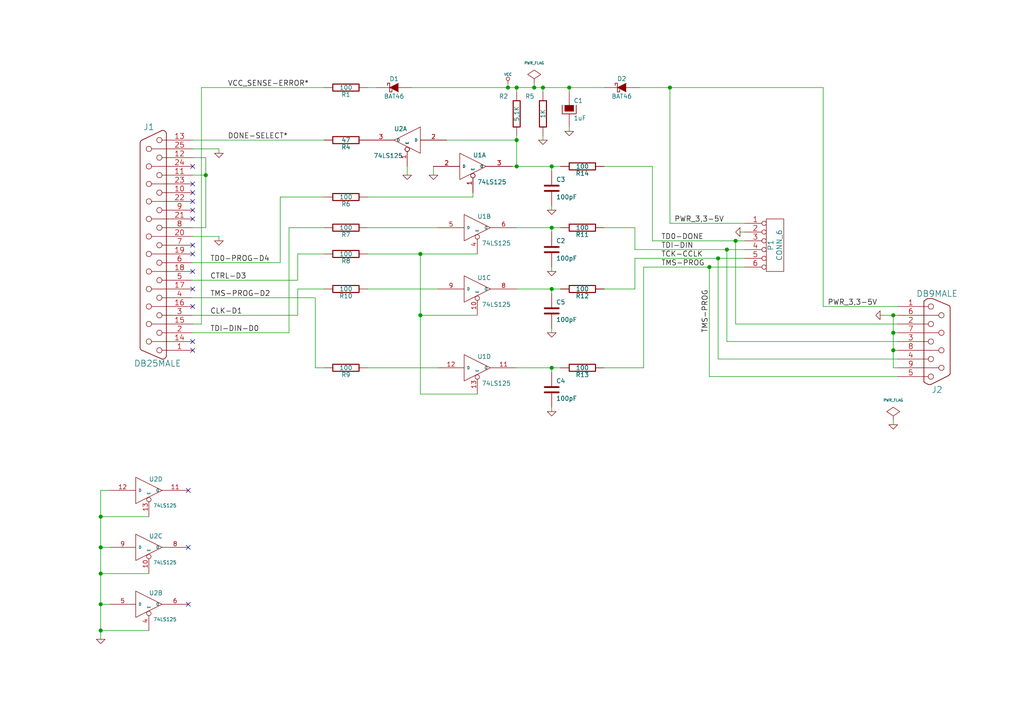
<source format=kicad_sch>
(kicad_sch (version 20210406) (generator eeschema)
  (paper "A4")
  (title_block (title "PARALLEL CABLE III") (date "Sun 22 Mar 2015") (rev "1"))
  (lib_symbols
    (symbol "sonde_xilinx_schlib:74LS125" (pin_names (offset 0.762))
      (property "Reference" "U" (at 0 2.54 0))
      (property "Value" "74LS125" (at 1.27 -3.81 0))
      (symbol "74LS125_0_0"
        (pin power_in line (at -3.81 3.81 270) (length 0) hide (name "VCC") (number "14"))
        (pin power_in line (at -3.81 -3.81 90) (length 0) hide (name "GND") (number "7"))
      )
      (symbol "74LS125_0_1"
        (polyline (pts (xy -3.81 3.81) (xy -3.81 -3.81) (xy 3.81 0) (xy -3.81 3.81)))
      )
      (symbol "74LS125_1_0"
        (pin input inverted (at 0 -7.62 90) (length 5.588) (name "E") (number "1"))
      )
      (symbol "74LS125_1_1"
        (pin input line (at -11.43 0 0) (length 7.62) (name "D") (number "2"))
        (pin tri_state line (at 11.43 0 180) (length 7.62) (name "O") (number "3"))
      )
      (symbol "74LS125_2_0"
        (pin input inverted (at 0 -7.62 90) (length 5.588) (name "E") (number "4"))
      )
      (symbol "74LS125_2_1"
        (pin input line (at -11.43 0 0) (length 7.62) (name "D") (number "5"))
        (pin tri_state line (at 11.43 0 180) (length 7.62) (name "O") (number "6"))
      )
      (symbol "74LS125_3_0"
        (pin input inverted (at 0 -7.62 90) (length 5.588) (name "E") (number "10"))
      )
      (symbol "74LS125_3_1"
        (pin tri_state line (at 11.43 0 180) (length 7.62) (name "O") (number "8"))
        (pin input line (at -11.43 0 0) (length 7.62) (name "D") (number "9"))
      )
      (symbol "74LS125_4_0"
        (pin input inverted (at 0 -7.62 90) (length 5.588) (name "E") (number "13"))
      )
      (symbol "74LS125_4_1"
        (pin tri_state line (at 11.43 0 180) (length 7.62) (name "O") (number "11"))
        (pin input line (at -11.43 0 0) (length 7.62) (name "D") (number "12"))
      )
    )
    (symbol "sonde_xilinx_schlib:C" (pin_numbers hide) (pin_names (offset 0.254))
      (property "Reference" "C" (at 0 2.54 0))
      (property "Value" "C" (at 0.1524 -2.159 0))
      (symbol "C_0_1"
        (polyline (pts (xy -2.032 -0.762) (xy 2.032 -0.762)) (stroke (width 0.508)))
        (polyline (pts (xy -2.032 0.762) (xy 2.032 0.762)) (stroke (width 0.508)))
      )
      (symbol "C_1_1"
        (pin passive line (at 0 5.08 270) (length 4.318) (name "~") (number "1"))
        (pin passive line (at 0 -5.08 90) (length 4.318) (name "~") (number "2"))
      )
    )
    (symbol "sonde_xilinx_schlib:CONN_6" (pin_names (offset 0.762) hide)
      (property "Reference" "P" (at -1.27 0 90))
      (property "Value" "CONN_6" (at 1.27 0 90))
      (symbol "CONN_6_0_1"
        (rectangle (start -2.54 7.62) (end 2.54 -7.62))
      )
      (symbol "CONN_6_1_1"
        (pin passive inverted (at -8.89 6.35 0) (length 6.35) (name "1") (number "1"))
        (pin passive inverted (at -8.89 3.81 0) (length 6.35) (name "2") (number "2"))
        (pin passive inverted (at -8.89 1.27 0) (length 6.35) (name "3") (number "3"))
        (pin passive inverted (at -8.89 -1.27 0) (length 6.35) (name "4") (number "4"))
        (pin passive inverted (at -8.89 -3.81 0) (length 6.35) (name "5") (number "5"))
        (pin passive inverted (at -8.89 -6.35 0) (length 6.35) (name "6") (number "6"))
      )
    )
    (symbol "sonde_xilinx_schlib:CP" (pin_numbers hide) (pin_names (offset 0.254) hide)
      (property "Reference" "C" (at 1.27 2.54 0))
      (property "Value" "CP" (at 1.27 -2.54 0))
      (symbol "CP_0_1"
        (polyline (pts (xy -2.032 1.27) (xy -2.032 -1.27) (xy 2.032 -1.27) (xy 2.032 1.27)) (stroke (width 0.2032)))
        (polyline (pts (xy -1.27 1.27) (xy -1.27 -0.508) (xy 1.27 -0.508) (xy 1.27 1.27)) (fill (type outline)))
      )
      (symbol "CP_1_1"
        (pin passive line (at 0 5.08 270) (length 3.81) (name "~") (number "1"))
        (pin passive line (at 0 -5.08 90) (length 3.81) (name "~") (number "2"))
      )
    )
    (symbol "sonde_xilinx_schlib:DB25" (pin_names (offset 1.016) hide)
      (property "Reference" "J" (at 1.27 34.29 0))
      (property "Value" "DB25" (at -1.27 -34.29 0))
      (symbol "DB25_0_1"
        (arc (start -3.81 32.258) (end -2.54 33.274) (radius (at -2.7686 32.258) (length 1.0414) (angles 179.9 77.4)) (stroke (width 0.2032)))
        (arc (start -3.81 -32.004) (end -2.54 -33.02) (radius (at -2.7432 -31.9786) (length 1.0668) (angles -178.7 -78.8)) (stroke (width 0.2032)))
        (arc (start 3.302 -30.48) (end 3.81 -29.718) (radius (at 2.9464 -29.6926) (length 0.8636) (angles -65.7 -1.5)) (stroke (width 0.2032)))
        (arc (start 3.302 30.4546) (end 3.7846 29.718) (radius (at 2.9718 29.718) (length 0.8128) (angles 66.4 0.1)) (stroke (width 0.2032)))
        (circle (center -1.778 -30.48) (radius 0.762))
        (circle (center -1.778 -25.4) (radius 0.762))
        (circle (center -1.778 -20.32) (radius 0.762))
        (circle (center -1.778 -15.24) (radius 0.762))
        (circle (center -1.778 -10.16) (radius 0.762))
        (circle (center -1.778 -5.08) (radius 0.762))
        (circle (center -1.778 0) (radius 0.762))
        (circle (center -1.778 5.08) (radius 0.762))
        (circle (center -1.778 10.16) (radius 0.762))
        (circle (center -1.778 15.24) (radius 0.762))
        (circle (center -1.778 20.32) (radius 0.762))
        (circle (center -1.778 25.4) (radius 0.762))
        (circle (center -1.778 30.48) (radius 0.762))
        (circle (center 1.27 -27.94) (radius 0.762))
        (circle (center 1.27 -22.86) (radius 0.762))
        (circle (center 1.27 -17.78) (radius 0.762))
        (circle (center 1.27 -12.7) (radius 0.762))
        (circle (center 1.27 -7.62) (radius 0.762))
        (circle (center 1.27 -2.54) (radius 0.762))
        (circle (center 1.27 2.54) (radius 0.762))
        (circle (center 1.27 7.62) (radius 0.762))
        (circle (center 1.27 12.7) (radius 0.762))
        (circle (center 1.27 17.78) (radius 0.762))
        (circle (center 1.27 22.86) (radius 0.762))
        (circle (center 1.27 27.94) (radius 0.762))
        (polyline (pts (xy -3.81 -32.004) (xy -3.81 32.258)) (stroke (width 0.2032)))
        (polyline (pts (xy -3.81 -30.48) (xy -2.54 -30.48)))
        (polyline (pts (xy -3.81 -27.94) (xy 0.508 -27.94)))
        (polyline (pts (xy -3.81 -25.4) (xy -2.54 -25.4)))
        (polyline (pts (xy -3.81 -22.86) (xy 0.508 -22.86)))
        (polyline (pts (xy -3.81 -20.32) (xy -2.54 -20.32)))
        (polyline (pts (xy -3.81 -17.78) (xy 0.508 -17.78)))
        (polyline (pts (xy -3.81 -15.24) (xy -2.54 -15.24)))
        (polyline (pts (xy -3.81 -12.7) (xy 0.508 -12.7)))
        (polyline (pts (xy -3.81 -10.16) (xy -2.54 -10.16)))
        (polyline (pts (xy -3.81 -7.62) (xy 0.508 -7.62)))
        (polyline (pts (xy -3.81 -5.08) (xy -2.54 -5.08)))
        (polyline (pts (xy -3.81 -2.54) (xy 0.508 -2.54)))
        (polyline (pts (xy -3.81 0) (xy -2.54 0)))
        (polyline (pts (xy -3.81 2.54) (xy 0.508 2.54)))
        (polyline (pts (xy -3.81 5.08) (xy -2.54 5.08)))
        (polyline (pts (xy -3.81 7.62) (xy 0.508 7.62)))
        (polyline (pts (xy -3.81 10.16) (xy -2.54 10.16)))
        (polyline (pts (xy -3.81 12.7) (xy 0.508 12.7)))
        (polyline (pts (xy -3.81 15.24) (xy -2.54 15.24)))
        (polyline (pts (xy -3.81 17.78) (xy 0.508 17.78)))
        (polyline (pts (xy -3.81 20.32) (xy -2.54 20.32)))
        (polyline (pts (xy -3.81 22.86) (xy 0.508 22.86)))
        (polyline (pts (xy -3.81 25.4) (xy -2.54 25.4)))
        (polyline (pts (xy -3.81 27.94) (xy 0.508 27.94)))
        (polyline (pts (xy -3.81 30.48) (xy -2.54 30.48)))
        (polyline (pts (xy -2.54 -33.02) (xy 3.302 -30.48)) (stroke (width 0.2032)))
        (polyline (pts (xy 3.302 30.48) (xy -2.54 33.274)) (stroke (width 0.2032)))
        (polyline (pts (xy 3.81 -29.718) (xy 3.81 29.718)) (stroke (width 0.2032)))
      )
      (symbol "DB25_1_1"
        (pin passive line (at -11.43 -30.48 0) (length 7.62) (name "1") (number "1"))
        (pin passive line (at -11.43 15.24 0) (length 7.62) (name "10") (number "10"))
        (pin passive line (at -11.43 20.32 0) (length 7.62) (name "11") (number "11"))
        (pin passive line (at -11.43 25.4 0) (length 7.62) (name "12") (number "12"))
        (pin passive line (at -11.43 30.48 0) (length 7.62) (name "13") (number "13"))
        (pin passive line (at -11.43 -27.94 0) (length 7.62) (name "P14") (number "14"))
        (pin passive line (at -11.43 -22.86 0) (length 7.62) (name "P15") (number "15"))
        (pin passive line (at -11.43 -17.78 0) (length 7.62) (name "P16") (number "16"))
        (pin passive line (at -11.43 -12.7 0) (length 7.62) (name "P17") (number "17"))
        (pin passive line (at -11.43 -7.62 0) (length 7.62) (name "P18") (number "18"))
        (pin passive line (at -11.43 -2.54 0) (length 7.62) (name "P19") (number "19"))
        (pin passive line (at -11.43 -25.4 0) (length 7.62) (name "2") (number "2"))
        (pin passive line (at -11.43 2.54 0) (length 7.62) (name "P20") (number "20"))
        (pin passive line (at -11.43 7.62 0) (length 7.62) (name "P21") (number "21"))
        (pin passive line (at -11.43 12.7 0) (length 7.62) (name "P22") (number "22"))
        (pin passive line (at -11.43 17.78 0) (length 7.62) (name "P23") (number "23"))
        (pin passive line (at -11.43 22.86 0) (length 7.62) (name "P24") (number "24"))
        (pin passive line (at -11.43 27.94 0) (length 7.62) (name "P25") (number "25"))
        (pin passive line (at -11.43 -20.32 0) (length 7.62) (name "3") (number "3"))
        (pin passive line (at -11.43 -15.24 0) (length 7.62) (name "4") (number "4"))
        (pin passive line (at -11.43 -10.16 0) (length 7.62) (name "5") (number "5"))
        (pin passive line (at -11.43 -5.08 0) (length 7.62) (name "6") (number "6"))
        (pin passive line (at -11.43 0 0) (length 7.62) (name "7") (number "7"))
        (pin passive line (at -11.43 5.08 0) (length 7.62) (name "8") (number "8"))
        (pin passive line (at -11.43 10.16 0) (length 7.62) (name "9") (number "9"))
      )
    )
    (symbol "sonde_xilinx_schlib:DB9" (pin_names (offset 1.016) hide)
      (property "Reference" "J" (at 0 13.97 0))
      (property "Value" "DB9" (at 0 -13.97 0))
      (symbol "DB9_0_1"
        (circle (center -1.778 -10.16) (radius 0.762))
        (circle (center -1.778 -5.08) (radius 0.762))
        (circle (center -1.778 0) (radius 0.762))
        (circle (center -1.778 5.08) (radius 0.762))
        (circle (center -1.778 10.16) (radius 0.762))
        (circle (center 1.27 -7.62) (radius 0.762))
        (circle (center 1.27 -2.54) (radius 0.762))
        (circle (center 1.27 2.54) (radius 0.762))
        (circle (center 1.27 7.62) (radius 0.762))
        (polyline (pts (xy -3.81 -11.684) (xy -3.81 11.684)) (stroke (width 0.2032)))
        (polyline (pts (xy -3.81 -11.6586) (xy -3.556 -11.938)) (stroke (width 0.2032)))
        (polyline (pts (xy -3.81 -10.16) (xy -2.54 -10.16)))
        (polyline (pts (xy -3.81 -7.62) (xy 0.508 -7.62)))
        (polyline (pts (xy -3.81 -5.08) (xy -2.54 -5.08)))
        (polyline (pts (xy -3.81 -2.54) (xy 0.508 -2.54)))
        (polyline (pts (xy -3.81 0) (xy -2.54 0)))
        (polyline (pts (xy -3.81 2.54) (xy 0.508 2.54)))
        (polyline (pts (xy -3.81 5.08) (xy -2.54 5.08)))
        (polyline (pts (xy -3.81 7.62) (xy 0.508 7.62)))
        (polyline (pts (xy -3.81 10.16) (xy -2.54 10.16)))
        (polyline (pts (xy -3.556 -11.938) (xy -2.794 -12.446)) (stroke (width 0.2032)))
        (polyline (pts (xy -3.556 11.938) (xy -3.81 11.684)) (stroke (width 0.2032)))
        (polyline (pts (xy -3.556 11.938) (xy -2.54 12.446)) (stroke (width 0.2032)))
        (polyline (pts (xy -2.794 -12.446) (xy -1.27 -12.446)) (stroke (width 0.2032)))
        (polyline (pts (xy -2.54 12.446) (xy -1.778 12.446)) (stroke (width 0.2032)))
        (polyline (pts (xy 3.2766 9.906) (xy -1.778 12.446)) (stroke (width 0.2032)))
        (polyline (pts (xy 3.2766 9.906) (xy 3.81 9.398)) (stroke (width 0.2032)))
        (polyline (pts (xy 3.556 -10.3886) (xy -1.27 -12.446)) (stroke (width 0.2032)))
        (polyline (pts (xy 3.81 -9.906) (xy 3.556 -10.3886)) (stroke (width 0.2032)))
        (polyline (pts (xy 3.81 9.398) (xy 3.81 -9.906)) (stroke (width 0.2032)))
      )
      (symbol "DB9_1_1"
        (pin passive line (at -11.43 -10.16 0) (length 7.62) (name "1") (number "1"))
        (pin passive line (at -11.43 -5.08 0) (length 7.62) (name "2") (number "2"))
        (pin passive line (at -11.43 0 0) (length 7.62) (name "3") (number "3"))
        (pin passive line (at -11.43 5.08 0) (length 7.62) (name "4") (number "4"))
        (pin passive line (at -11.43 10.16 0) (length 7.62) (name "5") (number "5"))
        (pin passive line (at -11.43 -7.62 0) (length 7.62) (name "P6") (number "6"))
        (pin passive line (at -11.43 -2.54 0) (length 7.62) (name "P7") (number "7"))
        (pin passive line (at -11.43 2.54 0) (length 7.62) (name "P8") (number "8"))
        (pin passive line (at -11.43 7.62 0) (length 7.62) (name "P9") (number "9"))
      )
    )
    (symbol "sonde_xilinx_schlib:DIODESCH" (pin_numbers hide) (pin_names (offset 1.016) hide)
      (property "Reference" "D" (at 0 2.54 0))
      (property "Value" "DIODESCH" (at 0 -2.54 0))
      (symbol "DIODESCH_0_1"
        (polyline (pts (xy 1.905 0.635) (xy 1.905 1.27) (xy 1.27 1.27) (xy 1.27 -1.27) (xy 0.635 -1.27) (xy 0.635 -0.635)) (stroke (width 0.2032)))
        (polyline (pts (xy -1.27 1.27) (xy 1.27 0) (xy -1.27 -1.27)) (fill (type outline)))
      )
      (symbol "DIODESCH_1_1"
        (pin passive line (at -5.08 0 0) (length 3.81) (name "A") (number "1"))
        (pin passive line (at 5.08 0 180) (length 3.81) (name "K") (number "2"))
      )
    )
    (symbol "sonde_xilinx_schlib:GND" (power) (pin_names (offset 0))
      (symbol "GND_0_1"
        (polyline (pts (xy -1.27 0) (xy 0 -1.27) (xy 1.27 0) (xy -1.27 0)))
      )
      (symbol "GND_1_1"
        (pin power_in line (at 0 0 90) (length 0) hide (name "GND") (number "1"))
      )
    )
    (symbol "sonde_xilinx_schlib:PWR_FLAG" (power) (pin_numbers hide) (pin_names (offset 0) hide)
      (property "Value" "PWR_FLAG" (at 0 4.572 0))
      (symbol "PWR_FLAG_0_0"
        (pin power_out line (at 0 0 90) (length 0) (name "pwr") (number "1"))
      )
      (symbol "PWR_FLAG_0_1"
        (polyline (pts (xy 0 0) (xy 0 1.27) (xy -1.905 2.54) (xy 0 3.81) (xy 1.905 2.54) (xy 0 1.27)))
      )
    )
    (symbol "sonde_xilinx_schlib:R" (pin_numbers hide) (pin_names (offset 0))
      (property "Reference" "R" (at 2.032 0 90))
      (property "Value" "R" (at 0.1778 0.0254 90))
      (symbol "R_0_1"
        (rectangle (start -1.016 3.81) (end 1.016 -3.81) (stroke (width 0.3048)))
      )
      (symbol "R_1_1"
        (pin passive line (at 0 6.35 270) (length 2.54) (name "~") (number "1"))
        (pin passive line (at 0 -6.35 90) (length 2.54) (name "~") (number "2"))
      )
    )
    (symbol "sonde_xilinx_schlib:VCC" (power) (pin_names (offset 0))
      (property "Value" "VCC" (at 0 2.54 0))
      (symbol "VCC_0_0"
        (pin power_in line (at 0 0 90) (length 0) hide (name "VCC") (number "1"))
      )
      (symbol "VCC_0_1"
        (circle (center 0 1.27) (radius 0.508))
        (polyline (pts (xy 0 0) (xy 0 0.762) (xy 0 0.762)))
      )
    )
  )
  (junction (at 29.21 149.86) (diameter 1.016))
  (junction (at 29.21 158.75) (diameter 1.016))
  (junction (at 29.21 166.37) (diameter 1.016))
  (junction (at 29.21 175.26) (diameter 1.016))
  (junction (at 29.21 182.88) (diameter 1.016))
  (junction (at 59.69 50.8) (diameter 1.016))
  (junction (at 121.92 73.66) (diameter 1.016))
  (junction (at 121.92 91.44) (diameter 1.016))
  (junction (at 147.32 25.4) (diameter 1.016))
  (junction (at 149.86 25.4) (diameter 1.016))
  (junction (at 149.86 40.64) (diameter 1.016))
  (junction (at 149.86 48.26) (diameter 1.016))
  (junction (at 154.94 25.4) (diameter 1.016))
  (junction (at 157.48 25.4) (diameter 1.016))
  (junction (at 160.02 48.26) (diameter 1.016))
  (junction (at 160.02 66.04) (diameter 1.016))
  (junction (at 160.02 83.82) (diameter 1.016))
  (junction (at 160.02 106.68) (diameter 1.016))
  (junction (at 165.1 25.4) (diameter 1.016))
  (junction (at 194.31 25.4) (diameter 1.016))
  (junction (at 205.74 77.47) (diameter 1.016))
  (junction (at 208.28 74.93) (diameter 1.016))
  (junction (at 210.82 72.39) (diameter 1.016))
  (junction (at 213.36 69.85) (diameter 1.016))
  (junction (at 259.08 91.44) (diameter 1.016))
  (junction (at 259.08 96.52) (diameter 1.016))
  (junction (at 259.08 101.6) (diameter 1.016))
  (no_connect (at 54.61 142.24))
  (no_connect (at 54.61 158.75))
  (no_connect (at 54.61 175.26))
  (no_connect (at 55.88 48.26))
  (no_connect (at 55.88 53.34))
  (no_connect (at 55.88 55.88))
  (no_connect (at 55.88 58.42))
  (no_connect (at 55.88 60.96))
  (no_connect (at 55.88 63.5))
  (no_connect (at 55.88 71.12))
  (no_connect (at 55.88 73.66))
  (no_connect (at 55.88 78.74))
  (no_connect (at 55.88 83.82))
  (no_connect (at 55.88 88.9))
  (no_connect (at 55.88 99.06))
  (no_connect (at 55.88 101.6))
  (wire (pts (xy 29.21 142.24) (xy 29.21 149.86)))
  (wire (pts (xy 29.21 142.24) (xy 31.75 142.24)))
  (wire (pts (xy 29.21 149.86) (xy 29.21 158.75)))
  (wire (pts (xy 29.21 158.75) (xy 29.21 166.37)))
  (wire (pts (xy 29.21 158.75) (xy 31.75 158.75)))
  (wire (pts (xy 29.21 166.37) (xy 29.21 175.26)))
  (wire (pts (xy 29.21 166.37) (xy 43.18 166.37)))
  (wire (pts (xy 29.21 175.26) (xy 29.21 182.88)))
  (wire (pts (xy 29.21 175.26) (xy 31.75 175.26)))
  (wire (pts (xy 29.21 182.88) (xy 29.21 185.42)))
  (wire (pts (xy 29.21 182.88) (xy 43.18 182.88)))
  (wire (pts (xy 43.18 149.86) (xy 29.21 149.86)))
  (wire (pts (xy 55.88 40.64) (xy 93.98 40.64)))
  (wire (pts (xy 55.88 50.8) (xy 59.69 50.8)))
  (wire (pts (xy 55.88 76.2) (xy 81.28 76.2)))
  (wire (pts (xy 55.88 81.28) (xy 86.36 81.28)))
  (wire (pts (xy 55.88 91.44) (xy 86.36 91.44)))
  (wire (pts (xy 55.88 96.52) (xy 83.82 96.52)))
  (wire (pts (xy 58.42 25.4) (xy 58.42 93.98)))
  (wire (pts (xy 58.42 25.4) (xy 93.98 25.4)))
  (wire (pts (xy 58.42 93.98) (xy 55.88 93.98)))
  (wire (pts (xy 59.69 45.72) (xy 55.88 45.72)))
  (wire (pts (xy 59.69 45.72) (xy 59.69 50.8)))
  (wire (pts (xy 59.69 50.8) (xy 59.69 66.04)))
  (wire (pts (xy 59.69 66.04) (xy 55.88 66.04)))
  (wire (pts (xy 63.5 43.18) (xy 55.88 43.18)))
  (wire (pts (xy 63.5 44.45) (xy 63.5 43.18)))
  (wire (pts (xy 63.5 68.58) (xy 55.88 68.58)))
  (wire (pts (xy 63.5 69.85) (xy 63.5 68.58)))
  (wire (pts (xy 81.28 57.15) (xy 93.98 57.15)))
  (wire (pts (xy 81.28 76.2) (xy 81.28 57.15)))
  (wire (pts (xy 83.82 66.04) (xy 93.98 66.04)))
  (wire (pts (xy 83.82 96.52) (xy 83.82 66.04)))
  (wire (pts (xy 86.36 73.66) (xy 93.98 73.66)))
  (wire (pts (xy 86.36 81.28) (xy 86.36 73.66)))
  (wire (pts (xy 86.36 83.82) (xy 93.98 83.82)))
  (wire (pts (xy 86.36 91.44) (xy 86.36 83.82)))
  (wire (pts (xy 91.44 86.36) (xy 55.88 86.36)))
  (wire (pts (xy 91.44 106.68) (xy 91.44 86.36)))
  (wire (pts (xy 93.98 106.68) (xy 91.44 106.68)))
  (wire (pts (xy 106.68 57.15) (xy 137.16 57.15)))
  (wire (pts (xy 106.68 73.66) (xy 121.92 73.66)))
  (wire (pts (xy 109.22 25.4) (xy 106.68 25.4)))
  (wire (pts (xy 118.11 50.8) (xy 118.11 48.26)))
  (wire (pts (xy 119.38 25.4) (xy 147.32 25.4)))
  (wire (pts (xy 121.92 73.66) (xy 121.92 91.44)))
  (wire (pts (xy 121.92 73.66) (xy 138.43 73.66)))
  (wire (pts (xy 121.92 91.44) (xy 121.92 114.3)))
  (wire (pts (xy 121.92 114.3) (xy 138.43 114.3)))
  (wire (pts (xy 125.73 48.26) (xy 125.73 50.8)))
  (wire (pts (xy 127 66.04) (xy 106.68 66.04)))
  (wire (pts (xy 127 83.82) (xy 106.68 83.82)))
  (wire (pts (xy 127 106.68) (xy 106.68 106.68)))
  (wire (pts (xy 129.54 40.64) (xy 149.86 40.64)))
  (wire (pts (xy 137.16 57.15) (xy 137.16 55.88)))
  (wire (pts (xy 138.43 91.44) (xy 121.92 91.44)))
  (wire (pts (xy 147.32 25.4) (xy 147.32 24.13)))
  (wire (pts (xy 147.32 25.4) (xy 149.86 25.4)))
  (wire (pts (xy 148.59 48.26) (xy 149.86 48.26)))
  (wire (pts (xy 149.86 25.4) (xy 149.86 26.67)))
  (wire (pts (xy 149.86 25.4) (xy 154.94 25.4)))
  (wire (pts (xy 149.86 39.37) (xy 149.86 40.64)))
  (wire (pts (xy 149.86 40.64) (xy 149.86 48.26)))
  (wire (pts (xy 149.86 48.26) (xy 160.02 48.26)))
  (wire (pts (xy 149.86 66.04) (xy 160.02 66.04)))
  (wire (pts (xy 149.86 83.82) (xy 160.02 83.82)))
  (wire (pts (xy 149.86 106.68) (xy 160.02 106.68)))
  (wire (pts (xy 154.94 24.13) (xy 154.94 25.4)))
  (wire (pts (xy 154.94 25.4) (xy 157.48 25.4)))
  (wire (pts (xy 157.48 25.4) (xy 157.48 26.67)))
  (wire (pts (xy 157.48 25.4) (xy 165.1 25.4)))
  (wire (pts (xy 157.48 40.64) (xy 157.48 39.37)))
  (wire (pts (xy 160.02 48.26) (xy 160.02 49.53)))
  (wire (pts (xy 160.02 48.26) (xy 162.56 48.26)))
  (wire (pts (xy 160.02 60.96) (xy 160.02 59.69)))
  (wire (pts (xy 160.02 66.04) (xy 162.56 66.04)))
  (wire (pts (xy 160.02 67.31) (xy 160.02 66.04)))
  (wire (pts (xy 160.02 78.74) (xy 160.02 77.47)))
  (wire (pts (xy 160.02 83.82) (xy 162.56 83.82)))
  (wire (pts (xy 160.02 85.09) (xy 160.02 83.82)))
  (wire (pts (xy 160.02 95.25) (xy 160.02 96.52)))
  (wire (pts (xy 160.02 106.68) (xy 162.56 106.68)))
  (wire (pts (xy 160.02 107.95) (xy 160.02 106.68)))
  (wire (pts (xy 160.02 118.11) (xy 160.02 119.38)))
  (wire (pts (xy 165.1 25.4) (xy 165.1 26.67)))
  (wire (pts (xy 165.1 25.4) (xy 175.26 25.4)))
  (wire (pts (xy 165.1 38.1) (xy 165.1 36.83)))
  (wire (pts (xy 175.26 106.68) (xy 186.69 106.68)))
  (wire (pts (xy 184.15 66.04) (xy 175.26 66.04)))
  (wire (pts (xy 184.15 72.39) (xy 184.15 66.04)))
  (wire (pts (xy 184.15 72.39) (xy 210.82 72.39)))
  (wire (pts (xy 184.15 74.93) (xy 184.15 83.82)))
  (wire (pts (xy 184.15 74.93) (xy 208.28 74.93)))
  (wire (pts (xy 184.15 83.82) (xy 175.26 83.82)))
  (wire (pts (xy 185.42 25.4) (xy 194.31 25.4)))
  (wire (pts (xy 186.69 77.47) (xy 205.74 77.47)))
  (wire (pts (xy 186.69 106.68) (xy 186.69 77.47)))
  (wire (pts (xy 189.23 48.26) (xy 175.26 48.26)))
  (wire (pts (xy 189.23 69.85) (xy 189.23 48.26)))
  (wire (pts (xy 189.23 69.85) (xy 213.36 69.85)))
  (wire (pts (xy 194.31 25.4) (xy 238.76 25.4)))
  (wire (pts (xy 194.31 64.77) (xy 194.31 25.4)))
  (wire (pts (xy 205.74 77.47) (xy 215.9 77.47)))
  (wire (pts (xy 205.74 109.22) (xy 205.74 77.47)))
  (wire (pts (xy 208.28 74.93) (xy 215.9 74.93)))
  (wire (pts (xy 208.28 104.14) (xy 208.28 74.93)))
  (wire (pts (xy 210.82 72.39) (xy 215.9 72.39)))
  (wire (pts (xy 210.82 99.06) (xy 210.82 72.39)))
  (wire (pts (xy 213.36 69.85) (xy 215.9 69.85)))
  (wire (pts (xy 213.36 93.98) (xy 213.36 69.85)))
  (wire (pts (xy 214.63 67.31) (xy 215.9 67.31)))
  (wire (pts (xy 215.9 64.77) (xy 194.31 64.77)))
  (wire (pts (xy 238.76 25.4) (xy 238.76 88.9)))
  (wire (pts (xy 255.27 91.44) (xy 259.08 91.44)))
  (wire (pts (xy 259.08 91.44) (xy 259.08 96.52)))
  (wire (pts (xy 259.08 91.44) (xy 260.35 91.44)))
  (wire (pts (xy 259.08 96.52) (xy 259.08 101.6)))
  (wire (pts (xy 259.08 101.6) (xy 259.08 106.68)))
  (wire (pts (xy 259.08 101.6) (xy 260.35 101.6)))
  (wire (pts (xy 259.08 106.68) (xy 260.35 106.68)))
  (wire (pts (xy 259.08 123.19) (xy 259.08 121.92)))
  (wire (pts (xy 260.35 88.9) (xy 238.76 88.9)))
  (wire (pts (xy 260.35 93.98) (xy 213.36 93.98)))
  (wire (pts (xy 260.35 96.52) (xy 259.08 96.52)))
  (wire (pts (xy 260.35 99.06) (xy 210.82 99.06)))
  (wire (pts (xy 260.35 104.14) (xy 208.28 104.14)))
  (wire (pts (xy 260.35 109.22) (xy 205.74 109.22)))
  (label "TD0-PROG-D4" (at 60.96 76.2 0) (effects (font (size 1.524 1.524))))
  (label "CTRL-D3" (at 60.96 81.28 0) (effects (font (size 1.524 1.524))))
  (label "TMS-PROG-D2" (at 60.96 86.36 0) (effects (font (size 1.524 1.524))))
  (label "CLK-D1" (at 60.96 91.44 0) (effects (font (size 1.524 1.524))))
  (label "TDI-DIN-D0" (at 60.96 96.52 0) (effects (font (size 1.524 1.524))))
  (label "VCC_SENSE-ERROR*" (at 66.04 25.4 0) (effects (font (size 1.524 1.524))))
  (label "DONE-SELECT*" (at 66.04 40.64 0) (effects (font (size 1.524 1.524))))
  (label "TD0-DONE" (at 191.77 69.85 0) (effects (font (size 1.524 1.524))))
  (label "TDI-DIN" (at 191.77 72.39 0) (effects (font (size 1.524 1.524))))
  (label "TCK-CCLK" (at 191.77 74.93 0) (effects (font (size 1.524 1.524))))
  (label "TMS-PROG" (at 191.77 77.47 0) (effects (font (size 1.524 1.524))))
  (label "PWR_3,3-5V" (at 195.58 64.77 0) (effects (font (size 1.524 1.524))))
  (label "TMS-PROG" (at 205.74 96.52 90) (effects (font (size 1.524 1.524))))
  (label "PWR_3,3-5V" (at 240.03 88.9 0) (effects (font (size 1.524 1.524))))
  (symbol (lib_id "sonde_xilinx_schlib:VCC") (at 147.32 24.13 0) (unit 1)
    (property "Reference" "#PWR03" (effects hide))
    (property "Value" "VCC" (at 147.32 21.59 0) (effects (font (size 0.762 0.762))))
  )
  (symbol (lib_id "sonde_xilinx_schlib:GND") (at 29.21 185.42 0) (unit 1)
    (property "Reference" "#PWR016" (effects hide))
    (property "Value" "GND" (effects hide))
  )
  (symbol (lib_id "sonde_xilinx_schlib:GND") (at 63.5 44.45 0) (unit 1)
    (property "Reference" "#PWR014" (effects hide))
    (property "Value" "GND" (effects hide))
  )
  (symbol (lib_id "sonde_xilinx_schlib:GND") (at 63.5 69.85 0) (unit 1)
    (property "Reference" "#PWR06" (effects hide))
    (property "Value" "GND" (effects hide))
  )
  (symbol (lib_id "sonde_xilinx_schlib:GND") (at 118.11 50.8 0) (unit 1)
    (property "Reference" "#PWR015" (effects hide))
    (property "Value" "GND" (effects hide))
  )
  (symbol (lib_id "sonde_xilinx_schlib:GND") (at 125.73 50.8 0) (unit 1)
    (property "Reference" "#PWR017" (effects hide))
    (property "Value" "GND" (effects hide))
  )
  (symbol (lib_id "sonde_xilinx_schlib:GND") (at 157.48 40.64 0) (unit 1)
    (property "Reference" "#PWR012" (effects hide))
    (property "Value" "GND" (effects hide))
  )
  (symbol (lib_id "sonde_xilinx_schlib:GND") (at 160.02 60.96 0) (unit 1)
    (property "Reference" "#PWR013" (effects hide))
    (property "Value" "GND" (effects hide))
  )
  (symbol (lib_id "sonde_xilinx_schlib:GND") (at 160.02 78.74 0) (unit 1)
    (property "Reference" "#PWR011" (effects hide))
    (property "Value" "GND" (effects hide))
  )
  (symbol (lib_id "sonde_xilinx_schlib:GND") (at 160.02 96.52 0) (unit 1)
    (property "Reference" "#PWR010" (effects hide))
    (property "Value" "GND" (effects hide))
  )
  (symbol (lib_id "sonde_xilinx_schlib:GND") (at 160.02 119.38 0) (unit 1)
    (property "Reference" "#PWR01" (effects hide))
    (property "Value" "GND" (effects hide))
  )
  (symbol (lib_id "sonde_xilinx_schlib:GND") (at 165.1 38.1 0) (unit 1)
    (property "Reference" "#PWR09" (effects hide))
    (property "Value" "GND" (effects hide))
  )
  (symbol (lib_id "sonde_xilinx_schlib:GND") (at 214.63 67.31 270) (unit 1)
    (property "Reference" "#PWR08" (effects hide))
    (property "Value" "GND" (effects hide))
  )
  (symbol (lib_id "sonde_xilinx_schlib:GND") (at 255.27 91.44 270) (unit 1)
    (property "Reference" "#PWR07" (effects hide))
    (property "Value" "GND" (effects hide))
  )
  (symbol (lib_id "sonde_xilinx_schlib:GND") (at 259.08 123.19 0) (unit 1)
    (property "Reference" "#PWR04" (effects hide))
    (property "Value" "GND" (effects hide))
  )
  (symbol (lib_id "sonde_xilinx_schlib:PWR_FLAG") (at 154.94 24.13 0) (unit 1)
    (property "Reference" "#FLG02" (effects hide))
    (property "Value" "PWR_FLAG" (at 154.94 18.288 0) (effects (font (size 0.762 0.762))))
  )
  (symbol (lib_id "sonde_xilinx_schlib:PWR_FLAG") (at 259.08 121.92 0) (unit 1)
    (property "Reference" "#FLG05" (effects hide))
    (property "Value" "PWR_FLAG" (at 259.08 116.078 0) (effects (font (size 0.762 0.762))))
  )
  (symbol (lib_id "sonde_xilinx_schlib:DIODESCH") (at 114.3 25.4 0) (mirror y) (unit 1)
    (property "Reference" "D1" (at 114.3 22.86 0))
    (property "Value" "BAT46" (at 114.3 27.94 0))
    (property "Footprint" "Diode_THT:D_A-405_P7.62mm_Horizontal" (effects hide))
  )
  (symbol (lib_id "sonde_xilinx_schlib:DIODESCH") (at 180.34 25.4 0) (mirror y) (unit 1)
    (property "Reference" "D2" (at 180.34 22.86 0))
    (property "Value" "BAT46" (at 180.34 27.94 0))
    (property "Footprint" "Diode_THT:D_A-405_P7.62mm_Horizontal" (effects hide))
  )
  (symbol (lib_id "sonde_xilinx_schlib:R") (at 100.33 25.4 270) (unit 1)
    (property "Reference" "R1" (at 100.33 27.432 90))
    (property "Value" "100" (at 100.33 25.4 90))
    (property "Footprint" "Resistor_THT:R_Axial_DIN0207_L6.3mm_D2.5mm_P10.16mm_Horizontal" (effects hide))
  )
  (symbol (lib_id "sonde_xilinx_schlib:R") (at 100.33 40.64 270) (unit 1)
    (property "Reference" "R4" (at 100.33 42.672 90))
    (property "Value" "47" (at 100.33 40.64 90))
    (property "Footprint" "Resistor_THT:R_Axial_DIN0207_L6.3mm_D2.5mm_P10.16mm_Horizontal" (effects hide))
  )
  (symbol (lib_id "sonde_xilinx_schlib:R") (at 100.33 57.15 270) (unit 1)
    (property "Reference" "R6" (at 100.33 59.182 90))
    (property "Value" "100" (at 100.33 57.15 90))
    (property "Footprint" "Resistor_THT:R_Axial_DIN0207_L6.3mm_D2.5mm_P10.16mm_Horizontal" (effects hide))
  )
  (symbol (lib_id "sonde_xilinx_schlib:R") (at 100.33 66.04 270) (unit 1)
    (property "Reference" "R7" (at 100.33 68.072 90))
    (property "Value" "100" (at 100.33 66.04 90))
    (property "Footprint" "Resistor_THT:R_Axial_DIN0207_L6.3mm_D2.5mm_P10.16mm_Horizontal" (effects hide))
  )
  (symbol (lib_id "sonde_xilinx_schlib:R") (at 100.33 73.66 270) (unit 1)
    (property "Reference" "R8" (at 100.33 75.692 90))
    (property "Value" "100" (at 100.33 73.66 90))
    (property "Footprint" "Resistor_THT:R_Axial_DIN0207_L6.3mm_D2.5mm_P10.16mm_Horizontal" (effects hide))
  )
  (symbol (lib_id "sonde_xilinx_schlib:R") (at 100.33 83.82 270) (unit 1)
    (property "Reference" "R10" (at 100.33 85.852 90))
    (property "Value" "100" (at 100.33 83.82 90))
    (property "Footprint" "Resistor_THT:R_Axial_DIN0207_L6.3mm_D2.5mm_P10.16mm_Horizontal" (effects hide))
  )
  (symbol (lib_id "sonde_xilinx_schlib:R") (at 100.33 106.68 270) (unit 1)
    (property "Reference" "R9" (at 100.33 108.712 90))
    (property "Value" "100" (at 100.33 106.68 90))
    (property "Footprint" "Resistor_THT:R_Axial_DIN0207_L6.3mm_D2.5mm_P10.16mm_Horizontal" (effects hide))
  )
  (symbol (lib_id "sonde_xilinx_schlib:R") (at 149.86 33.02 0) (unit 1)
    (property "Reference" "R2" (at 146.05 27.94 0))
    (property "Value" "5,1K" (at 149.86 33.02 90))
    (property "Footprint" "Resistor_THT:R_Axial_DIN0207_L6.3mm_D2.5mm_P10.16mm_Horizontal" (effects hide))
  )
  (symbol (lib_id "sonde_xilinx_schlib:R") (at 157.48 33.02 0) (unit 1)
    (property "Reference" "R5" (at 153.67 27.94 0))
    (property "Value" "1K" (at 157.48 33.02 90))
    (property "Footprint" "Resistor_THT:R_Axial_DIN0207_L6.3mm_D2.5mm_P10.16mm_Horizontal" (effects hide))
  )
  (symbol (lib_id "sonde_xilinx_schlib:R") (at 168.91 48.26 270) (unit 1)
    (property "Reference" "R14" (at 168.91 50.292 90))
    (property "Value" "100" (at 168.91 48.26 90))
    (property "Footprint" "Resistor_THT:R_Axial_DIN0207_L6.3mm_D2.5mm_P10.16mm_Horizontal" (effects hide))
  )
  (symbol (lib_id "sonde_xilinx_schlib:R") (at 168.91 66.04 270) (unit 1)
    (property "Reference" "R11" (at 168.91 68.072 90))
    (property "Value" "100" (at 168.91 66.04 90))
    (property "Footprint" "Resistor_THT:R_Axial_DIN0207_L6.3mm_D2.5mm_P10.16mm_Horizontal" (effects hide))
  )
  (symbol (lib_id "sonde_xilinx_schlib:R") (at 168.91 83.82 270) (unit 1)
    (property "Reference" "R12" (at 168.91 85.852 90))
    (property "Value" "100" (at 168.91 83.82 90))
    (property "Footprint" "Resistor_THT:R_Axial_DIN0207_L6.3mm_D2.5mm_P10.16mm_Horizontal" (effects hide))
  )
  (symbol (lib_id "sonde_xilinx_schlib:R") (at 168.91 106.68 270) (unit 1)
    (property "Reference" "R13" (at 168.91 108.712 90))
    (property "Value" "100" (at 168.91 106.68 90))
    (property "Footprint" "Resistor_THT:R_Axial_DIN0207_L6.3mm_D2.5mm_P10.16mm_Horizontal" (effects hide))
  )
  (symbol (lib_id "sonde_xilinx_schlib:CP") (at 165.1 31.75 0) (unit 1)
    (property "Reference" "C1" (at 166.37 29.21 0) (effects (justify left)))
    (property "Value" "1uF" (at 166.37 34.2646 0) (effects (justify left)))
    (property "Footprint" "Capacitor_THT:C_Axial_L5.1mm_D3.1mm_P12.50mm_Horizontal" (effects hide))
  )
  (symbol (lib_id "sonde_xilinx_schlib:C") (at 160.02 54.61 0) (unit 1)
    (property "Reference" "C3" (at 161.29 52.07 0) (effects (justify left)))
    (property "Value" "100pF" (at 161.29 57.15 0) (effects (justify left)))
    (property "Footprint" "Capacitor_THT:C_Disc_D5.1mm_W3.2mm_P5.00mm" (effects hide))
  )
  (symbol (lib_id "sonde_xilinx_schlib:C") (at 160.02 72.39 0) (unit 1)
    (property "Reference" "C2" (at 161.29 69.85 0) (effects (justify left)))
    (property "Value" "100pF" (at 161.29 74.93 0) (effects (justify left)))
    (property "Footprint" "Capacitor_THT:C_Disc_D5.1mm_W3.2mm_P5.00mm" (effects hide))
  )
  (symbol (lib_id "sonde_xilinx_schlib:C") (at 160.02 90.17 0) (unit 1)
    (property "Reference" "C5" (at 161.29 87.63 0) (effects (justify left)))
    (property "Value" "100pF" (at 161.29 92.71 0) (effects (justify left)))
    (property "Footprint" "Capacitor_THT:C_Disc_D5.1mm_W3.2mm_P5.00mm" (effects hide))
  )
  (symbol (lib_id "sonde_xilinx_schlib:C") (at 160.02 113.03 0) (unit 1)
    (property "Reference" "C4" (at 161.29 110.49 0) (effects (justify left)))
    (property "Value" "100pF" (at 161.29 115.57 0) (effects (justify left)))
    (property "Footprint" "Capacitor_THT:C_Disc_D5.1mm_W3.2mm_P5.00mm" (effects hide))
  )
  (symbol (lib_id "sonde_xilinx_schlib:CONN_6") (at 224.79 71.12 0) (unit 1)
    (property "Reference" "P1" (at 223.52 71.12 90) (effects (font (size 1.524 1.524))))
    (property "Value" "CONN_6" (at 226.06 71.12 90) (effects (font (size 1.524 1.524))))
    (property "Footprint" "Connector_PinHeader_2.54mm:PinHeader_1x06_P2.54mm_Vertical" (effects hide))
  )
  (symbol (lib_id "sonde_xilinx_schlib:74LS125") (at 43.18 142.24 0) (unit 4)
    (property "Reference" "U2" (at 43.18 139.7 0) (effects (justify left bottom)))
    (property "Value" "74LS125" (at 44.45 146.05 0) (effects (font (size 1.016 1.016)) (justify left top)))
    (property "Footprint" "Package_DIP:DIP-14_W7.62mm_LongPads" (effects hide))
  )
  (symbol (lib_id "sonde_xilinx_schlib:74LS125") (at 43.18 158.75 0) (unit 3)
    (property "Reference" "U2" (at 43.18 156.21 0) (effects (justify left bottom)))
    (property "Value" "74LS125" (at 44.45 162.56 0) (effects (font (size 1.016 1.016)) (justify left top)))
    (property "Footprint" "Package_DIP:DIP-14_W7.62mm_LongPads" (effects hide))
  )
  (symbol (lib_id "sonde_xilinx_schlib:74LS125") (at 43.18 175.26 0) (unit 2)
    (property "Reference" "U2" (at 43.18 172.72 0) (effects (justify left bottom)))
    (property "Value" "74LS125" (at 44.45 179.07 0) (effects (font (size 1.016 1.016)) (justify left top)))
    (property "Footprint" "Package_DIP:DIP-14_W7.62mm_LongPads" (effects hide))
  )
  (symbol (lib_id "sonde_xilinx_schlib:74LS125") (at 118.11 40.64 0) (mirror y) (unit 1)
    (property "Reference" "U2" (at 118.11 38.1 0) (effects (justify left bottom)))
    (property "Value" "74LS125" (at 116.84 44.45 0) (effects (justify left top)))
    (property "Footprint" "Package_DIP:DIP-14_W7.62mm_LongPads" (effects hide))
  )
  (symbol (lib_id "sonde_xilinx_schlib:74LS125") (at 137.16 48.26 0) (unit 1)
    (property "Reference" "U1" (at 137.16 45.72 0) (effects (justify left bottom)))
    (property "Value" "74LS125" (at 138.43 52.07 0) (effects (justify left top)))
    (property "Footprint" "Package_DIP:DIP-14_W7.62mm_LongPads" (effects hide))
  )
  (symbol (lib_id "sonde_xilinx_schlib:74LS125") (at 138.43 66.04 0) (unit 2)
    (property "Reference" "U1" (at 138.43 63.5 0) (effects (justify left bottom)))
    (property "Value" "74LS125" (at 139.7 69.8246 0) (effects (justify left top)))
    (property "Footprint" "Package_DIP:DIP-14_W7.62mm_LongPads" (effects hide))
  )
  (symbol (lib_id "sonde_xilinx_schlib:74LS125") (at 138.43 83.82 0) (unit 3)
    (property "Reference" "U1" (at 138.43 81.28 0) (effects (justify left bottom)))
    (property "Value" "74LS125" (at 139.7 87.6046 0) (effects (justify left top)))
    (property "Footprint" "Package_DIP:DIP-14_W7.62mm_LongPads" (effects hide))
  )
  (symbol (lib_id "sonde_xilinx_schlib:74LS125") (at 138.43 106.68 0) (unit 4)
    (property "Reference" "U1" (at 138.43 104.14 0) (effects (justify left bottom)))
    (property "Value" "74LS125" (at 139.7 110.4646 0) (effects (justify left top)))
    (property "Footprint" "Package_DIP:DIP-14_W7.62mm_LongPads" (effects hide))
  )
  (symbol (lib_id "sonde_xilinx_schlib:DB9") (at 271.78 99.06 0) (mirror x) (unit 1)
    (property "Reference" "J2" (at 271.78 113.03 0) (effects (font (size 1.778 1.778))))
    (property "Value" "DB9MALE" (at 271.78 85.1662 0) (effects (font (size 1.778 1.778))))
    (property "Footprint" "Connector_Dsub:DSUB-9_Male_EdgeMount_P2.77mm" (effects hide))
  )
  (symbol (lib_id "sonde_xilinx_schlib:DB25") (at 44.45 71.12 0) (mirror y) (unit 1)
    (property "Reference" "J1" (at 43.18 36.83 0) (effects (font (size 1.778 1.778))))
    (property "Value" "DB25MALE" (at 45.72 105.41 0) (effects (font (size 1.778 1.778))))
    (property "Footprint" "Connector_Dsub:DSUB-25_Male_EdgeMount_P2.77mm" (effects hide))
  )
)
</source>
